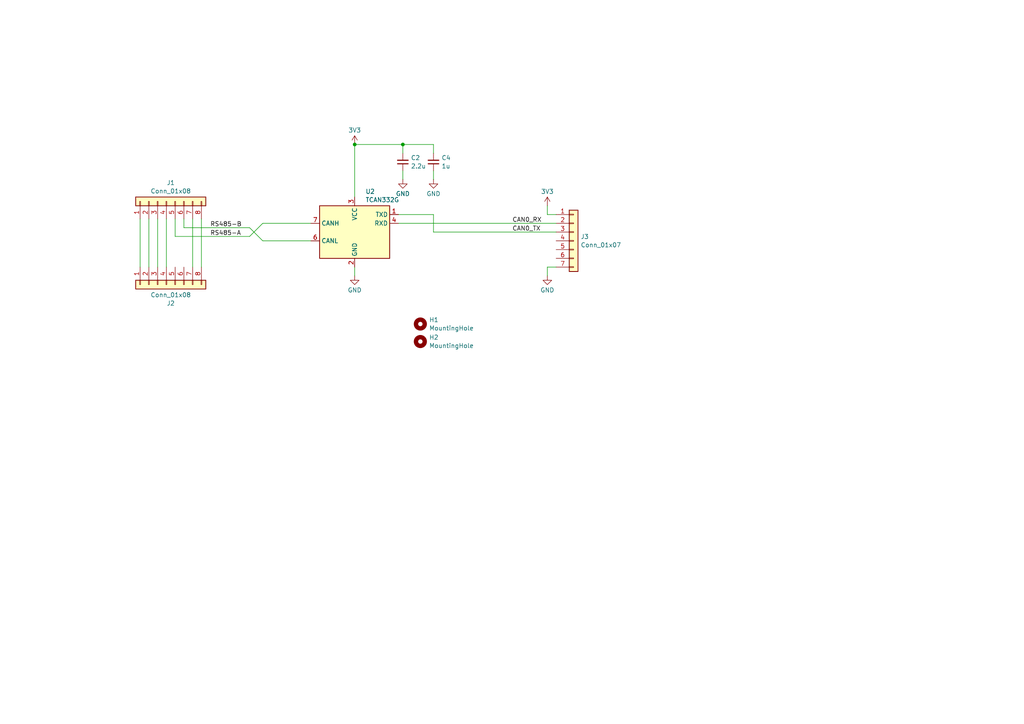
<source format=kicad_sch>
(kicad_sch (version 20250114) (generator "eeschema") (generator_version "9.0")
  (paper "A4")
  (lib_symbols
    (symbol "Connector_Generic:Conn_01x07" (pin_names (offset 1.016) (hide yes))
      (property "Reference" "J" (at 0 10.16 0))
      (property "Value" "Conn_01x07" (at 0 -10.16 0))
      (symbol "Conn_01x07_1_1"
        (rectangle (start -1.27 8.89) (end 1.27 -8.89) (stroke (width 0.254)) (fill (type background)))
        (rectangle (start -1.27 7.747) (end 0 7.493) (stroke (width 0.1524)))
        (rectangle (start -1.27 5.207) (end 0 4.953) (stroke (width 0.1524)))
        (rectangle (start -1.27 2.667) (end 0 2.413) (stroke (width 0.1524)))
        (rectangle (start -1.27 0.127) (end 0 -0.127) (stroke (width 0.1524)))
        (rectangle (start -1.27 -2.413) (end 0 -2.667) (stroke (width 0.1524)))
        (rectangle (start -1.27 -4.953) (end 0 -5.207) (stroke (width 0.1524)))
        (rectangle (start -1.27 -7.493) (end 0 -7.747) (stroke (width 0.1524)))
        (pin passive line (at -5.08 7.62 0) (length 3.81) (name "Pin_1") (number "1"))
        (pin passive line (at -5.08 5.08 0) (length 3.81) (name "Pin_2") (number "2"))
        (pin passive line (at -5.08 2.54 0) (length 3.81) (name "Pin_3") (number "3"))
        (pin passive line (at -5.08 0 0) (length 3.81) (name "Pin_4") (number "4"))
        (pin passive line (at -5.08 -2.54 0) (length 3.81) (name "Pin_5") (number "5"))
        (pin passive line (at -5.08 -5.08 0) (length 3.81) (name "Pin_6") (number "6"))
        (pin passive line (at -5.08 -7.62 0) (length 3.81) (name "Pin_7") (number "7"))
      )
    )
    (symbol "Connector_Generic:Conn_01x08" (pin_names (offset 1.016) (hide yes))
      (property "Reference" "J" (at 0 10.16 0))
      (property "Value" "Conn_01x08" (at 0 -12.7 0))
      (symbol "Conn_01x08_1_1"
        (rectangle (start -1.27 8.89) (end 1.27 -11.43) (stroke (width 0.254)) (fill (type background)))
        (rectangle (start -1.27 7.747) (end 0 7.493) (stroke (width 0.1524)))
        (rectangle (start -1.27 5.207) (end 0 4.953) (stroke (width 0.1524)))
        (rectangle (start -1.27 2.667) (end 0 2.413) (stroke (width 0.1524)))
        (rectangle (start -1.27 0.127) (end 0 -0.127) (stroke (width 0.1524)))
        (rectangle (start -1.27 -2.413) (end 0 -2.667) (stroke (width 0.1524)))
        (rectangle (start -1.27 -4.953) (end 0 -5.207) (stroke (width 0.1524)))
        (rectangle (start -1.27 -7.493) (end 0 -7.747) (stroke (width 0.1524)))
        (rectangle (start -1.27 -10.033) (end 0 -10.287) (stroke (width 0.1524)))
        (pin passive line (at -5.08 7.62 0) (length 3.81) (name "Pin_1") (number "1"))
        (pin passive line (at -5.08 5.08 0) (length 3.81) (name "Pin_2") (number "2"))
        (pin passive line (at -5.08 2.54 0) (length 3.81) (name "Pin_3") (number "3"))
        (pin passive line (at -5.08 0 0) (length 3.81) (name "Pin_4") (number "4"))
        (pin passive line (at -5.08 -2.54 0) (length 3.81) (name "Pin_5") (number "5"))
        (pin passive line (at -5.08 -5.08 0) (length 3.81) (name "Pin_6") (number "6"))
        (pin passive line (at -5.08 -7.62 0) (length 3.81) (name "Pin_7") (number "7"))
        (pin passive line (at -5.08 -10.16 0) (length 3.81) (name "Pin_8") (number "8"))
      )
    )
    (symbol "Device:C_Small" (pin_numbers (hide yes)) (pin_names (offset 0.254) (hide yes))
      (property "Reference" "C" (at 0.254 1.778 0))
      (property "Value" "C_Small" (at 0.254 -2.032 0))
      (symbol "C_Small_0_1"
        (polyline (pts (xy -1.524 0.508) (xy 1.524 0.508)) (stroke (width 0.3048)))
        (polyline (pts (xy -1.524 -0.508) (xy 1.524 -0.508)) (stroke (width 0.3302)))
      )
      (symbol "C_Small_1_1"
        (pin passive line (at 0 2.54 270) (length 2.032) (name "~") (number "1"))
        (pin passive line (at 0 -2.54 90) (length 2.032) (name "~") (number "2"))
      )
    )
    (symbol "Interface_CAN_LIN:TCAN332G"
      (property "Reference" "U" (at -10.16 8.89 0))
      (property "Value" "TCAN332G" (at 2.54 8.89 0))
      (symbol "TCAN332G_0_1"
        (rectangle (start -10.16 7.62) (end 10.16 -7.62) (stroke (width 0.254)) (fill (type background)))
      )
      (symbol "TCAN332G_1_1"
        (pin input line (at -12.7 5.08 0) (length 2.54) (name "TXD") (number "1"))
        (pin tri_state line (at -12.7 2.54 0) (length 2.54) (name "RXD") (number "4"))
        (pin no_connect line (at -10.16 -2.54 0) (length 2.54) (hide yes) (name "NC") (number "5"))
        (pin no_connect line (at -10.16 -5.08 0) (length 2.54) (hide yes) (name "NC") (number "8"))
        (pin power_in line (at 0 10.16 270) (length 2.54) (name "VCC") (number "3"))
        (pin power_in line (at 0 -10.16 90) (length 2.54) (name "GND") (number "2"))
        (pin bidirectional line (at 12.7 2.54 180) (length 2.54) (name "CANH") (number "7"))
        (pin bidirectional line (at 12.7 -2.54 180) (length 2.54) (name "CANL") (number "6"))
      )
    )
    (symbol "Mechanical:MountingHole" (pin_names (offset 1.016)) (in_bom no)
      (property "Reference" "H" (at 0 5.08 0))
      (property "Value" "MountingHole" (at 0 3.175 0))
      (symbol "MountingHole_0_1"
        (circle (center 0 0) (radius 1.27) (stroke (width 1.27)))
      )
    )
    (symbol "power:+3.3V" (power) (pin_numbers (hide yes)) (pin_names (offset 0) (hide yes))
      (property "Value" "+3.3V" (at 0 3.556 0))
      (symbol "+3.3V_0_1"
        (polyline (pts (xy -0.762 1.27) (xy 0 2.54)))
        (polyline (pts (xy 0 2.54) (xy 0.762 1.27)))
        (polyline (pts (xy 0 0) (xy 0 2.54)))
      )
      (symbol "+3.3V_1_1"
        (pin power_in line (at 0 0 90) (length 0) (name "~") (number "1"))
      )
    )
    (symbol "power:GND" (power) (pin_numbers (hide yes)) (pin_names (offset 0) (hide yes))
      (property "Value" "GND" (at 0 -3.81 0))
      (symbol "GND_0_1"
        (polyline (pts (xy 0 0) (xy 0 -1.27) (xy 1.27 -1.27) (xy 0 -2.54) (xy -1.27 -1.27) (xy 0 -1.27)))
      )
      (symbol "GND_1_1"
        (pin power_in line (at 0 0 270) (length 0) (name "~") (number "1"))
      )
    )
  )
  (junction (at 102.87 41.91))
  (junction (at 116.84 41.91))
  (wire (pts (xy 48.26 77.47) (xy 48.26 63.5)))
  (wire (pts (xy 53.34 66.04) (xy 72.39 66.04)))
  (wire (pts (xy 158.75 77.47) (xy 161.29 77.47)))
  (wire (pts (xy 125.73 67.31) (xy 125.73 62.23)))
  (wire (pts (xy 102.87 41.91) (xy 102.87 57.15)))
  (wire (pts (xy 50.8 68.58) (xy 72.39 68.58)))
  (wire (pts (xy 58.42 77.47) (xy 58.42 63.5)))
  (wire (pts (xy 125.73 41.91) (xy 125.73 44.45)))
  (wire (pts (xy 45.72 77.47) (xy 45.72 63.5)))
  (wire (pts (xy 55.88 77.47) (xy 55.88 63.5)))
  (wire (pts (xy 76.2 64.77) (xy 90.17 64.77)))
  (wire (pts (xy 50.8 63.5) (xy 50.8 68.58)))
  (wire (pts (xy 116.84 41.91) (xy 125.73 41.91)))
  (wire (pts (xy 102.87 41.91) (xy 116.84 41.91)))
  (wire (pts (xy 158.75 62.23) (xy 161.29 62.23)))
  (wire (pts (xy 125.73 62.23) (xy 115.57 62.23)))
  (wire (pts (xy 125.73 49.53) (xy 125.73 52.07)))
  (wire (pts (xy 158.75 80.01) (xy 158.75 77.47)))
  (wire (pts (xy 102.87 77.47) (xy 102.87 80.01)))
  (wire (pts (xy 90.17 69.85) (xy 76.2 69.85)))
  (wire (pts (xy 72.39 66.04) (xy 76.2 69.85)))
  (wire (pts (xy 43.18 77.47) (xy 43.18 63.5)))
  (wire (pts (xy 40.64 77.47) (xy 40.64 63.5)))
  (wire (pts (xy 125.73 67.31) (xy 161.29 67.31)))
  (wire (pts (xy 53.34 63.5) (xy 53.34 66.04)))
  (wire (pts (xy 72.39 68.58) (xy 76.2 64.77)))
  (wire (pts (xy 116.84 49.53) (xy 116.84 52.07)))
  (wire (pts (xy 116.84 41.91) (xy 116.84 44.45)))
  (wire (pts (xy 158.75 59.69) (xy 158.75 62.23)))
  (wire (pts (xy 115.57 64.77) (xy 161.29 64.77)))
  (label "RS485-B" (at 60.96 66.04 0))
  (label "RS485-A" (at 60.96 68.58 0))
  (label "CAN0_RX" (at 148.59 64.77 0))
  (label "CAN0_TX" (at 148.59 67.31 0))
  (symbol (lib_id "Interface_CAN_LIN:TCAN332G") (at 102.87 67.31 0) (mirror y) (unit 1)
    (property "Reference" "U2" (at 105.9881 55.5455 0) (effects (justify right)))
    (property "Value" "TCAN332G" (at 105.9881 57.9698 0) (effects (justify right)))
    (property "Footprint" "Package_SO:SOIC-8_3.9x4.9mm_P1.27mm" (effects (hide yes)))
    (property "Datasheet" "http://www.ti.com/lit/ds/symlink/tcan337.pdf" (effects (hide yes)))
    (property "Description" "High-Speed CAN Transceiver with CAN FD, 5Mbps, 3.3V supply, SOT-23-8/SOIC-8" (effects (hide yes)))
  )
  (symbol (lib_id "power:GND") (at 125.73 52.07 0) (unit 1)
    (property "Reference" "#PWR06" (effects (hide yes)))
    (property "Value" "GND" (at 125.73 56.2031 0))
    (property "Description" "Power symbol creates a global label with name \"GND\" , ground" (effects (hide yes)))
  )
  (symbol (lib_id "power:GND") (at 158.75 80.01 0) (unit 1)
    (property "Reference" "#PWR01" (effects (hide yes)))
    (property "Value" "GND" (at 158.75 84.1431 0))
    (property "Description" "Power symbol creates a global label with name \"GND\" , ground" (effects (hide yes)))
  )
  (symbol (lib_id "Device:C_Small") (at 116.84 46.99 180) (unit 1)
    (property "Reference" "C2" (at 119.1641 45.7714 0) (effects (justify right)))
    (property "Value" "2.2u" (at 119.1641 48.1957 0) (effects (justify right)))
    (property "Footprint" "Capacitor_SMD:C_0603_1608Metric" (effects (hide yes)))
    (property "Description" "Unpolarized capacitor, small symbol" (effects (hide yes)))
  )
  (symbol (lib_id "power:+3.3V") (at 158.75 59.69 0) (unit 1)
    (property "Reference" "#PWR02" (effects (hide yes)))
    (property "Value" "3V3" (at 158.75 55.5569 0))
    (property "Description" "Power symbol creates a global label with name \"+3.3V\"" (effects (hide yes)))
  )
  (symbol (lib_id "Connector_Generic:Conn_01x07") (at 166.37 69.85 0) (unit 1)
    (property "Reference" "J3" (at 168.402 68.6378 0) (effects (justify left)))
    (property "Value" "Conn_01x07" (at 168.402 71.0621 0) (effects (justify left)))
    (property "Footprint" "Connector_JST:JST_GH_BM07B-GHS-TBT_1x07-1MP_P1.25mm_Vertical" (effects (hide yes)))
    (property "Description" "Generic connector, single row, 01x07, script generated (kicad-library-utils/schlib/autogen/connector/)" (effects (hide yes)))
  )
  (symbol (lib_id "Device:C_Small") (at 125.73 46.99 180) (unit 1)
    (property "Reference" "C4" (at 128.0541 45.7714 0) (effects (justify right)))
    (property "Value" "1u" (at 128.0541 48.1957 0) (effects (justify right)))
    (property "Footprint" "Capacitor_SMD:C_0402_1005Metric" (effects (hide yes)))
    (property "Description" "Unpolarized capacitor, small symbol" (effects (hide yes)))
  )
  (symbol (lib_id "power:+3.3V") (at 102.87 41.91 0) (unit 1)
    (property "Reference" "#PWR04" (effects (hide yes)))
    (property "Value" "3V3" (at 102.87 37.7769 0))
    (property "Description" "Power symbol creates a global label with name \"+3.3V\"" (effects (hide yes)))
  )
  (symbol (lib_id "Mechanical:MountingHole") (at 121.92 99.06 0) (unit 1) (in_bom no)
    (property "Reference" "H2" (at 124.46 97.8478 0) (effects (justify left)))
    (property "Value" "MountingHole" (at 124.46 100.2721 0) (effects (justify left)))
    (property "Footprint" "MountingHole:MountingHole_3.2mm_M3_Pad_Via" (effects (hide yes)))
    (property "Description" "Mounting Hole without connection" (effects (hide yes)))
  )
  (symbol (lib_id "Connector_Generic:Conn_01x08") (at 48.26 58.42 90) (unit 1)
    (property "Reference" "J1" (at 49.53 53.0055 90))
    (property "Value" "Conn_01x08" (at 49.53 55.4298 90))
    (property "Footprint" "Connector_JST:JST_PH_B8B-PH-SM4-TB_1x08-1MP_P2.00mm_Vertical" (effects (hide yes)))
    (property "Description" "Generic connector, single row, 01x08, script generated (kicad-library-utils/schlib/autogen/connector/)" (effects (hide yes)))
  )
  (symbol (lib_id "power:GND") (at 102.87 80.01 0) (unit 1)
    (property "Reference" "#PWR03" (effects (hide yes)))
    (property "Value" "GND" (at 102.87 84.1431 0))
    (property "Description" "Power symbol creates a global label with name \"GND\" , ground" (effects (hide yes)))
  )
  (symbol (lib_id "Mechanical:MountingHole") (at 121.92 93.98 0) (unit 1) (in_bom no)
    (property "Reference" "H1" (at 124.46 92.7678 0) (effects (justify left)))
    (property "Value" "MountingHole" (at 124.46 95.1921 0) (effects (justify left)))
    (property "Footprint" "MountingHole:MountingHole_3.2mm_M3_Pad_Via" (effects (hide yes)))
    (property "Description" "Mounting Hole without connection" (effects (hide yes)))
  )
  (symbol (lib_id "power:GND") (at 116.84 52.07 0) (unit 1)
    (property "Reference" "#PWR05" (effects (hide yes)))
    (property "Value" "GND" (at 116.84 56.2031 0))
    (property "Description" "Power symbol creates a global label with name \"GND\" , ground" (effects (hide yes)))
  )
  (symbol (lib_id "Connector_Generic:Conn_01x08") (at 48.26 82.55 90) (mirror x) (unit 1)
    (property "Reference" "J2" (at 49.53 87.9645 90))
    (property "Value" "Conn_01x08" (at 49.53 85.5402 90))
    (property "Footprint" "Connector_JST:JST_PH_B8B-PH-SM4-TB_1x08-1MP_P2.00mm_Vertical" (effects (hide yes)))
    (property "Description" "Generic connector, single row, 01x08, script generated (kicad-library-utils/schlib/autogen/connector/)" (effects (hide yes)))
  )
)
</source>
